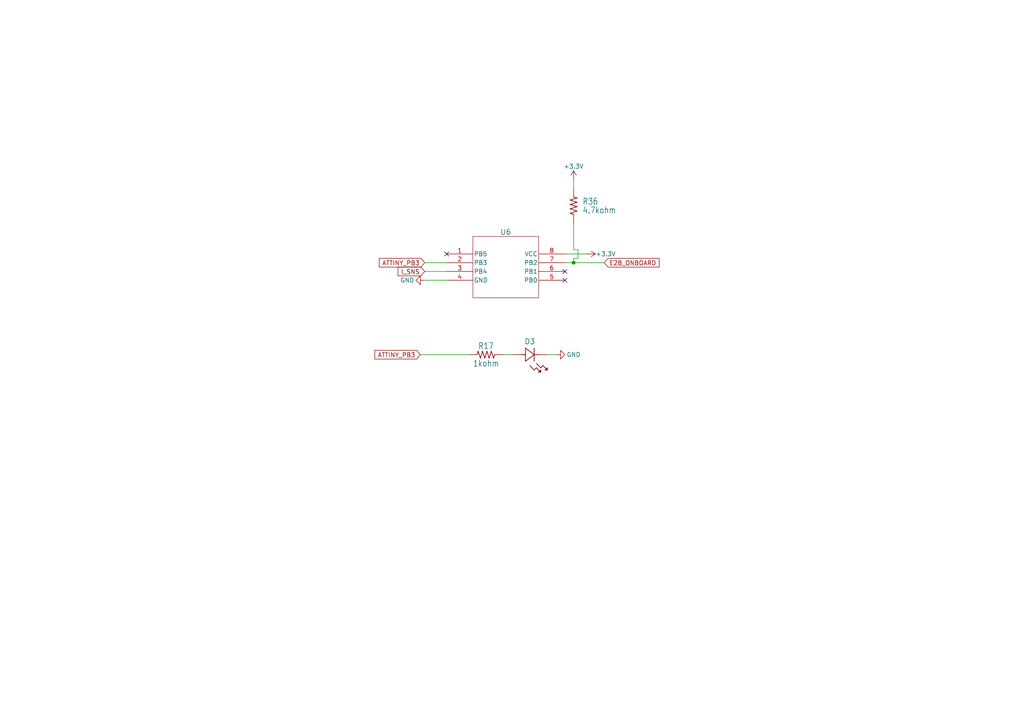
<source format=kicad_sch>
(kicad_sch (version 20230121) (generator eeschema)
  (paper "A4")
  (title_block (title "ATTiny85 Core") (date "2024-06-15") (rev "2") (company "B. Lantau") (comment 1 "PN: 4D140-5008-004"))
  (lib_symbols
    (symbol "Custom_Microcontroller:ATTINY85-20PU" (pin_names (offset 0.254))
      (property "Reference" "U" (at 17.78 7.62 0))
      (symbol "ATTINY85-20PU_0_1"
        (polyline (pts (xy 7.62 -11.43) (xy 26.67 -11.43)) (stroke (width 0.127)))
        (polyline (pts (xy 7.62 6.35) (xy 7.62 -11.43)) (stroke (width 0.127)))
        (polyline (pts (xy 26.67 -11.43) (xy 26.67 6.35)) (stroke (width 0.127)))
        (polyline (pts (xy 26.67 6.35) (xy 7.62 6.35)) (stroke (width 0.127)))
        (pin bidirectional line (at 0 1.27 0) (length 7.62) (name "PB5") (number "1"))
        (pin bidirectional line (at 0 -1.27 0) (length 7.62) (name "PB3") (number "2"))
        (pin bidirectional line (at 0 -3.81 0) (length 7.62) (name "PB4") (number "3"))
        (pin bidirectional line (at 0 -6.35 0) (length 7.62) (name "GND") (number "4"))
        (pin bidirectional line (at 34.29 -6.35 180) (length 7.62) (name "PB0") (number "5"))
        (pin bidirectional line (at 34.29 -3.81 180) (length 7.62) (name "PB1") (number "6"))
        (pin bidirectional line (at 34.29 -1.27 180) (length 7.62) (name "PB2") (number "7"))
        (pin bidirectional line (at 34.29 1.27 180) (length 7.62) (name "VCC") (number "8"))
      )
    )
    (symbol "Custom_Microcontroller:LED_0603_Orange" (pin_numbers hide) (pin_names hide)
      (property "Reference" "D" (at 0 5.08 0))
      (symbol "LED_0603_Orange_1_1"
        (polyline (pts (xy -2.54 0) (xy -1.6002 0)) (stroke (width 0.2032)))
        (polyline (pts (xy -1.905 0) (xy -1.27 0)) (stroke (width 0.2032)))
        (polyline (pts (xy -1.27 -1.905) (xy 1.27 0)) (stroke (width 0.2032)))
        (polyline (pts (xy -1.27 1.905) (xy -1.27 -1.905)) (stroke (width 0.2032)))
        (polyline (pts (xy 0 3.175) (xy 1.27 4.445)) (stroke (width 0.2032)))
        (polyline (pts (xy 1.27 -1.905) (xy 1.27 1.905)) (stroke (width 0.2032)))
        (polyline (pts (xy 1.27 0) (xy -1.27 1.905)) (stroke (width 0.2032)))
        (polyline (pts (xy 1.27 0) (xy 2.54 0)) (stroke (width 0.2032)))
        (polyline (pts (xy 1.27 4.445) (xy 1.905 3.81)) (stroke (width 0.2032)))
        (polyline (pts (xy 1.905 2.54) (xy 3.175 3.81)) (stroke (width 0.2032)))
        (polyline (pts (xy 1.905 3.81) (xy 3.175 5.08)) (stroke (width 0.2032)))
        (polyline (pts (xy 2.54 5.08) (xy 3.175 4.445)) (stroke (width 0.2032)))
        (polyline (pts (xy 3.175 3.81) (xy 3.81 3.175)) (stroke (width 0.2032)))
        (polyline (pts (xy 3.175 4.445) (xy 3.175 5.08)) (stroke (width 0.2032)))
        (polyline (pts (xy 3.175 5.08) (xy 2.54 5.08)) (stroke (width 0.2032)))
        (polyline (pts (xy 3.81 3.175) (xy 5.08 4.445)) (stroke (width 0.2032)))
        (polyline (pts (xy 4.445 4.445) (xy 5.08 3.81)) (stroke (width 0.2032)))
        (polyline (pts (xy 5.08 3.81) (xy 5.08 4.445)) (stroke (width 0.2032)))
        (polyline (pts (xy 5.08 4.445) (xy 4.445 4.445)) (stroke (width 0.2032)))
        (pin passive line (at 5.08 0 180) (length 2.54) (name "1") (number "1"))
        (pin passive line (at -5.08 0 0) (length 2.54) (name "2") (number "2"))
      )
    )
    (symbol "Custom_Microcontroller:R_0603_1kohm" (pin_numbers hide) (pin_names hide)
      (property "Reference" "R" (at -0.8054 1.519 0))
      (property "Value" "1kohm" (at -3.81 -3.81 0))
      (symbol "R_0603_1kohm_1_0"
        (polyline (pts (xy -2.54 0) (xy -2.159 1.016)) (stroke (width 0.2032)))
        (polyline (pts (xy -2.159 1.016) (xy -1.524 -1.016)) (stroke (width 0.2032)))
        (polyline (pts (xy -1.524 -1.016) (xy -0.889 1.016)) (stroke (width 0.2032)))
        (polyline (pts (xy -0.889 1.016) (xy -0.254 -1.016)) (stroke (width 0.2032)))
        (polyline (pts (xy -0.254 -1.016) (xy 0.381 1.016)) (stroke (width 0.2032)))
        (polyline (pts (xy 0.381 1.016) (xy 1.016 -1.016)) (stroke (width 0.2032)))
        (polyline (pts (xy 1.016 -1.016) (xy 1.651 1.016)) (stroke (width 0.2032)))
        (polyline (pts (xy 1.651 1.016) (xy 2.286 -1.016)) (stroke (width 0.2032)))
        (polyline (pts (xy 2.286 -1.016) (xy 2.54 0)) (stroke (width 0.2032)))
        (pin passive line (at -5.08 0 0) (length 2.54) (name "1") (number "1"))
        (pin passive line (at 5.08 0 180) (length 2.54) (name "2") (number "2"))
      )
    )
    (symbol "Custom_Microcontroller:R_1206_4.7kohm" (pin_numbers hide) (pin_names hide)
      (property "Reference" "R" (at -0.7749 1.7058 0))
      (property "Value" "4.7kohm" (at -4.0572 -3.7615 0))
      (symbol "R_1206_4.7kohm_1_0"
        (polyline (pts (xy -2.54 0) (xy -2.159 1.016)) (stroke (width 0.2032)))
        (polyline (pts (xy -2.159 1.016) (xy -1.524 -1.016)) (stroke (width 0.2032)))
        (polyline (pts (xy -1.524 -1.016) (xy -0.889 1.016)) (stroke (width 0.2032)))
        (polyline (pts (xy -0.889 1.016) (xy -0.254 -1.016)) (stroke (width 0.2032)))
        (polyline (pts (xy -0.254 -1.016) (xy 0.381 1.016)) (stroke (width 0.2032)))
        (polyline (pts (xy 0.381 1.016) (xy 1.016 -1.016)) (stroke (width 0.2032)))
        (polyline (pts (xy 1.016 -1.016) (xy 1.651 1.016)) (stroke (width 0.2032)))
        (polyline (pts (xy 1.651 1.016) (xy 2.286 -1.016)) (stroke (width 0.2032)))
        (polyline (pts (xy 2.286 -1.016) (xy 2.54 0)) (stroke (width 0.2032)))
        (pin passive line (at -5.08 0 0) (length 2.54) (name "1") (number "1"))
        (pin passive line (at 5.08 0 180) (length 2.54) (name "2") (number "2"))
      )
    )
    (symbol "power:+3.3V" (power) (pin_names (offset 0))
      (property "Value" "+3.3V" (at 0 3.556 0))
      (symbol "+3.3V_0_1"
        (polyline (pts (xy -0.762 1.27) (xy 0 2.54)))
        (polyline (pts (xy 0 0) (xy 0 2.54)))
        (polyline (pts (xy 0 2.54) (xy 0.762 1.27)))
      )
      (symbol "+3.3V_1_1"
        (pin power_in line (at 0 0 90) (length 0) hide (name "+3.3V") (number "1"))
      )
    )
    (symbol "power:GND" (power) (pin_names (offset 0))
      (property "Value" "GND" (at 0 -3.81 0))
      (symbol "GND_0_1"
        (polyline (pts (xy 0 0) (xy 0 -1.27) (xy 1.27 -1.27) (xy 0 -2.54) (xy -1.27 -1.27) (xy 0 -1.27)))
      )
      (symbol "GND_1_1"
        (pin power_in line (at 0 0 270) (length 0) hide (name "GND") (number "1"))
      )
    )
  )
  (junction (at 166.37 76.2))
  (no_connect (at 163.83 81.28))
  (no_connect (at 163.83 78.74))
  (no_connect (at 129.54 73.66))
  (wire (pts (xy 167.64 74.93) (xy 167.64 72.39)))
  (wire (pts (xy 166.37 64.77) (xy 166.37 72.39)))
  (wire (pts (xy 158.75 102.87) (xy 161.29 102.87)))
  (wire (pts (xy 166.37 74.93) (xy 167.64 74.93)))
  (wire (pts (xy 135.89 102.87) (xy 121.92 102.87)))
  (wire (pts (xy 123.19 76.2) (xy 129.54 76.2)))
  (wire (pts (xy 163.83 73.66) (xy 170.18 73.66)))
  (wire (pts (xy 175.26 76.2) (xy 166.37 76.2)))
  (wire (pts (xy 166.37 74.93) (xy 166.37 76.2)))
  (wire (pts (xy 123.19 78.74) (xy 129.54 78.74)))
  (wire (pts (xy 166.37 52.07) (xy 166.37 54.61)))
  (wire (pts (xy 123.19 81.28) (xy 129.54 81.28)))
  (wire (pts (xy 146.05 102.87) (xy 148.59 102.87)))
  (wire (pts (xy 166.37 76.2) (xy 163.83 76.2)))
  (wire (pts (xy 166.37 72.39) (xy 167.64 72.39)))
  (global_label "I_SNS" (shape input) (at 123.19 78.74 180) (property "Intersheetrefs" "${INTERSHEET_REFS}" (effects hide)))
  (global_label "E2B_ONBOARD" (shape input) (at 175.26 76.2 0) (property "Intersheetrefs" "${INTERSHEET_REFS}" (effects hide)))
  (global_label "ATTINY_PB3" (shape input) (at 123.19 76.2 180) (property "Intersheetrefs" "${INTERSHEET_REFS}" (effects hide)))
  (global_label "ATTINY_PB3" (shape input) (at 121.92 102.87 180) (property "Intersheetrefs" "${INTERSHEET_REFS}" (effects hide)))
  (symbol (lib_id "Custom_Microcontroller:LED_0603_Orange") (at 153.67 102.87 0) (mirror x) (unit 1)
    (property "Reference" "D3" (at 153.67 99.06 0) (effects (font (size 1.524 1.524))))
    (property "Footprint" "Custom_Microcontroller:LED_0603" (effects hide))
    (property "Datasheet" "https://optoelectronics.liteon.com/upload/download/DS22-2000-228/LTST-C191KGKT.PDF" (effects hide))
    (property "Part Number" "LTST-C191KGKT" (effects hide))
    (instances (project "Espresso_Rev2" (path "" (reference "D3") (unit 1))) (project "esp32" (path "" (reference "D3") (unit 1))) (project "Espresso_Rev4" (path "" (reference "D4") (unit 1)) (path "" (reference "D5") (unit 1)) (path "" (reference "D1") (unit 1))) (project "Espresso_Rev3" (path "" (reference "D3") (unit 1)) (path "" (reference "D2") (unit 1))))
  )
  (symbol (lib_id "power:GND") (at 123.19 81.28 270) (unit 1)
    (property "Reference" "#PWR06" (effects hide))
    (property "Value" "GND" (at 118.11 81.28 90))
    (instances (project "esp32" (path "" (reference "#PWR06") (unit 1))) (project "Espresso_Rev4" (path "" (reference "#PWR06") (unit 1)) (path "" (reference "#PWR062") (unit 1)) (path "" (reference "#PWR086") (unit 1)) (path "" (reference "#PWR0114") (unit 1))))
  )
  (symbol (lib_id "Custom_Microcontroller:R_0603_1kohm") (at 140.97 102.87 180) (unit 1)
    (property "Reference" "R17" (at 140.97 100.33 0) (effects (font (size 1.778 1.5113))))
    (property "Value" "1kohm" (at 140.97 105.41 0) (effects (font (size 1.778 1.5113))))
    (property "Footprint" "Custom_Microcontroller:R_0603" (effects hide))
    (property "Part Number" "RNCP0603FTD1K00" (effects hide))
    (instances (project "Espresso_Rev4" (path "" (reference "R17") (unit 1)) (path "" (reference "R18") (unit 1)) (path "" (reference "R28") (unit 1)) (path "" (reference "R4") (unit 1))))
  )
  (symbol (lib_id "Custom_Microcontroller:ATTINY85-20PU") (at 129.54 74.93 0) (unit 1)
    (property "Reference" "U6" (at 146.685 67.31 0) (effects (font (size 1.524 1.524))))
    (property "Value" "ATTINY85-20PU" (effects hide))
    (property "Footprint" "Custom_Microcontroller:ATTINY85-20PU" (effects hide))
    (property "Datasheet" "https://ww1.microchip.com/downloads/en/DeviceDoc/Atmel-2586-AVR-8-bit-Microcontroller-ATtiny25-ATtiny45-ATtiny85_Datasheet-Summary.pdf" (effects hide))
    (property "Part Number" "ATTINY85-20PU" (effects hide))
  )
  (symbol (lib_id "power:+3.3V") (at 166.37 52.07 0) (unit 1)
    (property "Reference" "#PWR032" (effects hide))
    (property "Value" "+3.3V" (at 166.37 48.26 0))
    (instances (project "Espresso_Rev4" (path "" (reference "#PWR032") (unit 1)) (path "" (reference "#PWR020") (unit 1))))
  )
  (symbol (lib_id "Custom_Microcontroller:R_1206_4.7kohm") (at 166.37 59.69 90) (unit 1)
    (property "Reference" "R36" (at 168.91 58.42 90) (effects (font (size 1.778 1.5113)) (justify right)))
    (property "Value" "4.7kohm" (at 168.91 60.96 90) (effects (font (size 1.778 1.5113)) (justify right)))
    (property "Footprint" "Custom_Microcontroller:R_1206" (effects hide))
    (property "Part Number" "CRCW12064K70JNEAHP" (effects hide))
    (instances (project "Espresso_Rev4" (path "" (reference "R36") (unit 1)) (path "" (reference "R26") (unit 1)) (path "" (reference "R5") (unit 1))))
  )
  (symbol (lib_id "power:+3.3V") (at 170.18 73.66 270) (unit 1)
    (property "Reference" "#PWR032" (effects hide))
    (property "Value" "+3.3V" (at 172.72 73.66 90) (effects (justify left)))
    (instances (project "Espresso_Rev4" (path "" (reference "#PWR032") (unit 1)) (path "" (reference "#PWR07") (unit 1))))
  )
  (symbol (lib_id "power:GND") (at 161.29 102.87 90) (unit 1)
    (property "Reference" "#PWR06" (effects hide))
    (property "Value" "GND" (at 166.37 102.87 90))
    (instances (project "esp32" (path "" (reference "#PWR06") (unit 1))) (project "Espresso_Rev4" (path "" (reference "#PWR06") (unit 1)) (path "" (reference "#PWR040") (unit 1)) (path "" (reference "#PWR050") (unit 1)) (path "" (reference "#PWR010") (unit 1))))
  )
)
</source>
